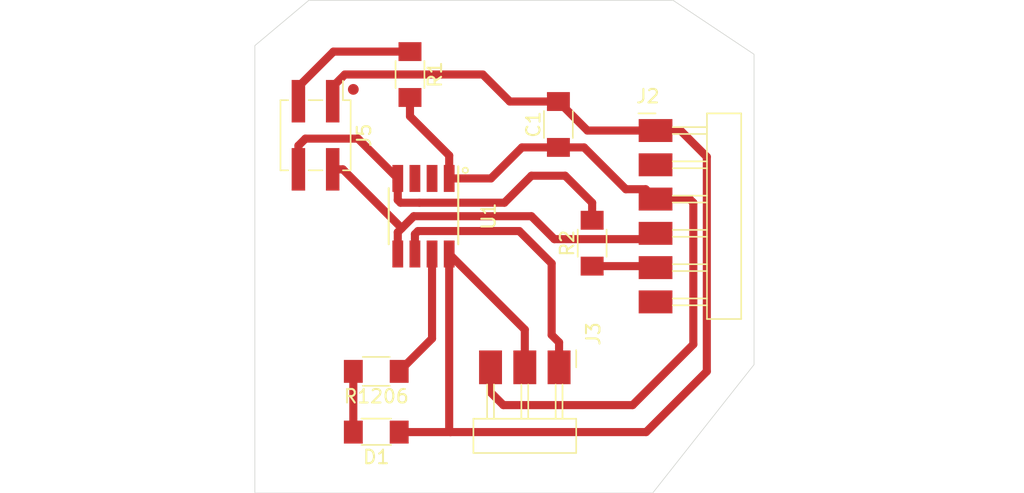
<source format=kicad_pcb>
(kicad_pcb (version 20240108) (generator "pcbnew") (generator_version "8.0")
  (layers (0 "F.Cu" signal) (31 "B.Cu" signal) (34 "B.Paste" user) (35 "F.Paste" user) (36 "B.SilkS" user "B.Silkscreen") (37 "F.SilkS" user "F.Silkscreen") (38 "B.Mask" user) (39 "F.Mask" user) (44 "Edge.Cuts" user))
  (net 0 "")
  (net 1 "/GND")
  (net 2 "/VCC")
  (net 3 "Net-(D1-A)")
  (net 4 "/CTS")
  (net 5 "/RX")
  (net 7 "/TX")
  (net 8 "/PA3")
  (net 9 "/PA6")
  (net 10 "/PA7")
  (net 11 "/UPDI")
  (footprint "fab_footprints:SOIC-8_3.9x4.9mm_P1.27mm" (layer "F.Cu") (at 194.5 74.5 -90)
    (property "Reference" "U1" (at 0 -4.8275 90) (layer "F.SilkS"))
    (property "Value" "Microcontroller_ATtiny412_SSFR")
    (fp_line (start -2.075 2.575) (end 2.075 2.575) (stroke (width 0.15)) (layer "F.SilkS"))
    (fp_line (start -3.69 -2.575) (end 2.075 -2.575) (stroke (width 0.15)) (layer "F.SilkS"))
    (fp_circle (center -3.4 -3.1) (end -3.2 -3.1) (stroke (width 0.12)) (fill none) (layer "F.SilkS"))
    (pad "1" smd rect (at -2.8 -1.905 270) (size 2 0.8) (layers "F.Cu" "F.Paste" "F.Mask") (net 2 "/VCC"))
    (pad "2" smd rect (at -2.8 -0.635 270) (size 2 0.8) (layers "F.Cu" "F.Paste" "F.Mask") (net 9 "/PA6"))
    (pad "3" smd rect (at -2.8 0.635 270) (size 2 0.8) (layers "F.Cu" "F.Paste" "F.Mask") (net 10 "/PA7"))
    (pad "4" smd rect (at -2.8 1.905 270) (size 2 0.8) (layers "F.Cu" "F.Paste" "F.Mask") (net 5 "/RX"))
    (pad "5" smd rect (at 2.8 1.905 270) (size 2 0.8) (layers "F.Cu" "F.Paste" "F.Mask") (net 7 "/TX"))
    (pad "6" smd rect (at 2.8 0.635 270) (size 2 0.8) (layers "F.Cu" "F.Paste" "F.Mask") (net 11 "/UPDI"))
    (pad "7" smd rect (at 2.8 -0.635 270) (size 2 0.8) (layers "F.Cu" "F.Paste" "F.Mask") (net 8 "/PA3"))
    (pad "8" smd rect (at 2.8 -1.905 270) (size 2 0.8) (layers "F.Cu" "F.Paste" "F.Mask") (net 1 "/GND"))
  )
  (footprint "fab_footprints:R_1206" (layer "F.Cu") (at 193.5 64 -90)
    (property "Reference" "R1" (at 0 -1.85 90) (layer "F.SilkS"))
    (property "Value" "0")
    (fp_line (start 1 1.07) (end -1 1.07) (stroke (width 0.12)) (layer "F.SilkS"))
    (fp_line (start -1 -1.07) (end 1 -1.07) (stroke (width 0.12)) (layer "F.SilkS"))
    (pad "1" smd rect (at -1.7 0 270) (size 1.4 1.7) (layers "F.Cu" "F.Paste" "F.Mask") (net 2 "/VCC"))
    (pad "2" smd rect (at 1.7 0 270) (size 1.4 1.7) (layers "F.Cu" "F.Paste" "F.Mask") (net 2 "/VCC"))
  )
  (footprint "fab_footprints:PinHeader_1x03_P2.54mm_Horizontal_SMD" (layer "F.Cu") (at 204.55 85.7 -90)
    (property "Reference" "J3" (at -1.524 -2.54 90) (layer "F.SilkS") (effects (justify left)))
    (property "Value" "Conn_PinHeader_1x03_P2.54mm_Horizontal_SMD")
    (fp_line (start 3.81 6.35) (end 3.81 -1.27) (stroke (width 0.12)) (layer "F.SilkS"))
    (fp_line (start 6.35 6.35) (end 3.81 6.35) (stroke (width 0.12)) (layer "F.SilkS"))
    (fp_line (start 3.81 5.334) (end 1.27 5.334) (stroke (width 0.12)) (layer "F.SilkS"))
    (fp_line (start 3.81 4.826) (end 1.27 4.826) (stroke (width 0.12)) (layer "F.SilkS"))
    (fp_line (start 3.81 2.794) (end 1.27 2.794) (stroke (width 0.12)) (layer "F.SilkS"))
    (fp_line (start 3.81 2.286) (end 1.27 2.286) (stroke (width 0.12)) (layer "F.SilkS"))
    (fp_line (start 3.81 0.254) (end 1.27 0.254) (stroke (width 0.12)) (layer "F.SilkS"))
    (fp_line (start 3.81 -0.254) (end 1.27 -0.254) (stroke (width 0.12)) (layer "F.SilkS"))
    (fp_line (start -1.27 -1.27) (end 0 -1.27) (stroke (width 0.12)) (layer "F.SilkS"))
    (fp_line (start 3.81 -1.27) (end 6.35 -1.27) (stroke (width 0.12)) (layer "F.SilkS"))
    (fp_line (start 6.35 -1.27) (end 6.35 6.35) (stroke (width 0.12)) (layer "F.SilkS"))
    (pad "1" smd rect (at 0 0 270) (size 2.5 1.7) (layers "F.Cu" "F.Paste" "F.Mask") (net 11 "/UPDI"))
    (pad "2" smd rect (at 0 2.54 270) (size 2.5 1.7) (layers "F.Cu" "F.Paste" "F.Mask") (net 1 "/GND"))
    (pad "3" smd rect (at 0 5.08 270) (size 2.5 1.7) (layers "F.Cu" "F.Paste" "F.Mask") (net 2 "/VCC"))
  )
  (footprint "fab_footprints:C_1206" (layer "F.Cu") (at 204.5 67.7 90)
    (property "Reference" "C1" (at 0 -1.85 -90) (layer "F.SilkS"))
    (property "Value" "1uF")
    (fp_line (start -1 -1.07) (end 1 -1.07) (stroke (width 0.12)) (layer "F.SilkS"))
    (fp_line (start 1 1.07) (end -1 1.07) (stroke (width 0.12)) (layer "F.SilkS"))
    (pad "1" smd rect (at -1.7 0 90) (size 1.4 1.7) (layers "F.Cu" "F.Paste" "F.Mask") (net 2 "/VCC"))
    (pad "2" smd rect (at 1.7 0 90) (size 1.4 1.7) (layers "F.Cu" "F.Paste" "F.Mask") (net 1 "/GND"))
  )
  (footprint "fab_footprints:LED_1206" (layer "F.Cu") (at 191 90.5 180)
    (property "Reference" "D1" (at 0 -1.85 180) (layer "F.SilkS"))
    (property "Value" "LED")
    (fp_line (start -1.1 1) (end 1.1 1) (stroke (width 0.12)) (layer "F.SilkS"))
    (fp_line (start -1.1 -0.95) (end 1.1 -0.95) (stroke (width 0.12)) (layer "F.SilkS"))
    (pad "1" smd rect (at -1.7 0 180) (size 1.4 1.7) (layers "F.Cu" "F.Paste" "F.Mask") (net 1 "/GND"))
    (pad "2" smd rect (at 1.7 0 180) (size 1.4 1.7) (layers "F.Cu" "F.Paste" "F.Mask") (net 3 "Net-(D1-A)"))
  )
  (footprint "fab_footprints:R_1206" (layer "F.Cu") (at 191 86 180)
    (property "Reference" "R1206" (at 0 -1.85 180) (layer "F.SilkS"))
    (property "Value" "1K")
    (fp_line (start 1 1.07) (end -1 1.07) (stroke (width 0.12)) (layer "F.SilkS"))
    (fp_line (start -1 -1.07) (end 1 -1.07) (stroke (width 0.12)) (layer "F.SilkS"))
    (pad "1" smd rect (at -1.7 0 180) (size 1.4 1.7) (layers "F.Cu" "F.Paste" "F.Mask") (net 8 "/PA3"))
    (pad "2" smd rect (at 1.7 0 180) (size 1.4 1.7) (layers "F.Cu" "F.Paste" "F.Mask") (net 3 "Net-(D1-A)"))
  )
  (footprint "fab_footprints:PinHeader_2x02_P2.54mm_Vertical_SMD" (layer "F.Cu") (at 186.5 68.5 -90)
    (property "Reference" "J5" (at 0 -3.6 90) (layer "F.SilkS"))
    (property "Value" "Conn_PinHeader_2x02_P2.54mm_Vertical_SMD")
    (fp_circle (center -3.4 -2.8) (end -3.1 -2.8) (stroke (width 0.2)) (fill solid) (layer "F.Cu"))
    (fp_line (start -2.6 2.6) (end 2.6 2.6) (stroke (width 0.12)) (layer "F.SilkS"))
    (fp_line (start -2.6 2.03) (end -2.6 2.6) (stroke (width 0.12)) (layer "F.SilkS"))
    (fp_line (start 2.6 2.03) (end 2.6 2.6) (stroke (width 0.12)) (layer "F.SilkS"))
    (fp_line (start -2.6 -0.51) (end -2.6 0.51) (stroke (width 0.12)) (layer "F.SilkS"))
    (fp_line (start 2.6 -0.51) (end 2.6 0.51) (stroke (width 0.12)) (layer "F.SilkS"))
    (fp_line (start -4.04 -2.03) (end -2.6 -2.03) (stroke (width 0.12)) (layer "F.SilkS"))
    (fp_line (start -2.6 -2.6) (end -2.6 -2.03) (stroke (width 0.12)) (layer "F.SilkS"))
    (fp_line (start -2.6 -2.6) (end 2.6 -2.6) (stroke (width 0.12)) (layer "F.SilkS"))
    (fp_line (start 2.6 -2.6) (end 2.6 -2.03) (stroke (width 0.12)) (layer "F.SilkS"))
    (pad "1" smd rect (at -2.525 -1.27 270) (size 3.15 1) (layers "F.Cu" "F.Paste" "F.Mask") (net 1 "/GND"))
    (pad "2" smd rect (at 2.525 -1.27 270) (size 3.15 1) (layers "F.Cu" "F.Paste" "F.Mask") (net 7 "/TX"))
    (pad "3" smd rect (at -2.525 1.27 270) (size 3.15 1) (layers "F.Cu" "F.Paste" "F.Mask") (net 2 "/VCC"))
    (pad "4" smd rect (at 2.525 1.27 270) (size 3.15 1) (layers "F.Cu" "F.Paste" "F.Mask") (net 5 "/RX"))
  )
  (footprint "fab_footprints:R_1206" (layer "F.Cu") (at 207 76.5 90)
    (property "Reference" "R2" (at 0 -1.85 -90) (layer "F.SilkS"))
    (property "Value" "0")
    (fp_line (start -1 -1.07) (end 1 -1.07) (stroke (width 0.12)) (layer "F.SilkS"))
    (fp_line (start 1 1.07) (end -1 1.07) (stroke (width 0.12)) (layer "F.SilkS"))
    (pad "1" smd rect (at -1.7 0 90) (size 1.4 1.7) (layers "F.Cu" "F.Paste" "F.Mask") (net 5 "/RX"))
    (pad "2" smd rect (at 1.7 0 90) (size 1.4 1.7) (layers "F.Cu" "F.Paste" "F.Mask") (net 5 "/RX"))
  )
  (footprint "fab_footprints:PinHeader_1x06_P2.54mm_Horizontal_SMD" (layer "F.Cu") (at 211.7 68.15)
    (property "Reference" "J2" (at -1.524 -2.54 180) (layer "F.SilkS") (effects (justify left)))
    (property "Value" "Conn_PinHeader_1x06_P2.54mm_Vertical_THT_D1.4mm")
    (fp_line (start -1.27 -1.27) (end 0 -1.27) (stroke (width 0.12)) (layer "F.SilkS"))
    (fp_line (start 3.81 -1.27) (end 6.35 -1.27) (stroke (width 0.12)) (layer "F.SilkS"))
    (fp_line (start 3.81 -0.254) (end 1.27 -0.254) (stroke (width 0.12)) (layer "F.SilkS"))
    (fp_line (start 3.81 0.254) (end 1.27 0.254) (stroke (width 0.12)) (layer "F.SilkS"))
    (fp_line (start 3.81 2.286) (end 1.27 2.286) (stroke (width 0.12)) (layer "F.SilkS"))
    (fp_line (start 3.81 2.794) (end 1.27 2.794) (stroke (width 0.12)) (layer "F.SilkS"))
    (fp_line (start 3.81 4.826) (end 1.27 4.826) (stroke (width 0.12)) (layer "F.SilkS"))
    (fp_line (start 3.81 5.334) (end 1.27 5.334) (stroke (width 0.12)) (layer "F.SilkS"))
    (fp_line (start 3.81 7.366) (end 1.27 7.366) (stroke (width 0.12)) (layer "F.SilkS"))
    (fp_line (start 3.81 7.874) (end 1.27 7.874) (stroke (width 0.12)) (layer "F.SilkS"))
    (fp_line (start 3.81 9.906) (end 1.27 9.906) (stroke (width 0.12)) (layer "F.SilkS"))
    (fp_line (start 3.81 10.414) (end 1.27 10.414) (stroke (width 0.12)) (layer "F.SilkS"))
    (fp_line (start 3.81 12.446) (end 1.27 12.446) (stroke (width 0.12)) (layer "F.SilkS"))
    (fp_line (start 3.81 12.954) (end 1.27 12.954) (stroke (width 0.12)) (layer "F.SilkS"))
    (fp_line (start 3.81 13.97) (end 3.81 -1.27) (stroke (width 0.12)) (layer "F.SilkS"))
    (fp_line (start 6.35 -1.27) (end 6.35 13.97) (stroke (width 0.12)) (layer "F.SilkS"))
    (fp_line (start 6.35 13.97) (end 3.81 13.97) (stroke (width 0.12)) (layer "F.SilkS"))
    (pad "1" smd rect (at 0 0) (size 2.5 1.7) (layers "F.Cu" "F.Paste" "F.Mask") (net 1 "/GND"))
    (pad "2" smd rect (at 0 2.54) (size 2.5 1.7) (layers "F.Cu" "F.Paste" "F.Mask") (net 4 "/CTS"))
    (pad "3" smd rect (at 0 5.08) (size 2.5 1.7) (layers "F.Cu" "F.Paste" "F.Mask") (net 2 "/VCC"))
    (pad "4" smd rect (at 0 7.62) (size 2.5 1.7) (layers "F.Cu" "F.Paste" "F.Mask") (net 7 "/TX"))
    (pad "5" smd rect (at 0 10.16) (size 2.5 1.7) (layers "F.Cu" "F.Paste" "F.Mask") (net 5 "/RX"))
    (pad "6" smd rect (at 0 12.7) (size 2.5 1.7) (layers "F.Cu" "F.Paste" "F.Mask"))
  )
  (gr_poly (pts (xy 211.5 95) (xy 182 95) (xy 182 61.856622) (xy 186 58.5) (xy 213 58.5) (xy 219 62.5) (xy 219 85.5)) (stroke (width 0.05)) (fill none) (layer "Edge.Cuts"))
  (segment (start 187.77 65.975) (end 187.77 64.9) (width 0.6) (layer "F.Cu") (net 1))
  (segment (start 215.5 70.1) (end 213.55 68.15) (width 0.6) (layer "F.Cu") (net 1))
  (segment (start 213.55 68.15) (end 211.7 68.15) (width 0.6) (layer "F.Cu") (net 1))
  (segment (start 202.01 85.7) (end 202.01 82.905) (width 0.6) (layer "F.Cu") (net 1))
  (segment (start 202.01 82.905) (end 196.405 77.3) (width 0.6) (layer "F.Cu") (net 1))
  (segment (start 215.5 86) (end 211 90.5) (width 0.6) (layer "F.Cu") (net 1))
  (segment (start 188.673769 63.996231) (end 198.896231 63.996231) (width 0.6) (layer "F.Cu") (net 1))
  (segment (start 187.77 64.9) (end 188.673769 63.996231) (width 0.6) (layer "F.Cu") (net 1))
  (segment (start 196.405 90.405) (end 196.405 77.3) (width 0.6) (layer "F.Cu") (net 1))
  (segment (start 196.5 90.5) (end 196.405 90.405) (width 0.6) (layer "F.Cu") (net 1))
  (segment (start 196.5 90.5) (end 192.7 90.5) (width 0.6) (layer "F.Cu") (net 1))
  (segment (start 204.5 66) (end 200.9 66) (width 0.6) (layer "F.Cu") (net 1))
  (segment (start 215.5 70.1) (end 215.5 86) (width 0.6) (layer "F.Cu") (net 1))
  (segment (start 206.65 68.15) (end 204.5 66) (width 0.6) (layer "F.Cu") (net 1))
  (segment (start 211 90.5) (end 196.5 90.5) (width 0.6) (layer "F.Cu") (net 1))
  (segment (start 211.7 68.15) (end 206.65 68.15) (width 0.6) (layer "F.Cu") (net 1))
  (segment (start 200.9 66) (end 198.896231 63.996231) (width 0.6) (layer "F.Cu") (net 1))
  (segment (start 214.5 84) (end 214.5 73.5) (width 0.6) (layer "F.Cu") (net 2))
  (segment (start 199.5 71.7) (end 201.8 69.4) (width 0.6) (layer "F.Cu") (net 2))
  (segment (start 199.47 87.55) (end 200.42 88.5) (width 0.6) (layer "F.Cu") (net 2))
  (segment (start 214.23 73.23) (end 211.7 73.23) (width 0.6) (layer "F.Cu") (net 2))
  (segment (start 187.83 62.3) (end 193.5 62.3) (width 0.6) (layer "F.Cu") (net 2))
  (segment (start 209.5 72.5) (end 210.97 72.5) (width 0.6) (layer "F.Cu") (net 2))
  (segment (start 206.4 69.4) (end 209.5 72.5) (width 0.6) (layer "F.Cu") (net 2))
  (segment (start 193.5 65.7) (end 193.5 67.095) (width 0.6) (layer "F.Cu") (net 2))
  (segment (start 185.23 64.9) (end 187.83 62.3) (width 0.6) (layer "F.Cu") (net 2))
  (segment (start 200.42 88.5) (end 210 88.5) (width 0.6) (layer "F.Cu") (net 2))
  (segment (start 214.5 73.5) (end 214.23 73.23) (width 0.6) (layer "F.Cu") (net 2))
  (segment (start 201.8 69.4) (end 204.5 69.4) (width 0.6) (layer "F.Cu") (net 2))
  (segment (start 185.23 65.975) (end 185.23 64.9) (width 0.6) (layer "F.Cu") (net 2))
  (segment (start 210.97 72.5) (end 211.7 73.23) (width 0.6) (layer "F.Cu") (net 2))
  (segment (start 193.5 67.095) (end 196.405 70) (width 0.6) (layer "F.Cu") (net 2))
  (segment (start 210 88.5) (end 214.5 84) (width 0.6) (layer "F.Cu") (net 2))
  (segment (start 199.47 85.7) (end 199.47 87.55) (width 0.6) (layer "F.Cu") (net 2))
  (segment (start 199.5 71.7) (end 196.405 71.7) (width 0.6) (layer "F.Cu") (net 2))
  (segment (start 196.405 70) (end 196.405 71.7) (width 0.6) (layer "F.Cu") (net 2))
  (segment (start 204.5 69.4) (end 206.4 69.4) (width 0.6) (layer "F.Cu") (net 2))
  (segment (start 189.3 90.5) (end 189.3 86) (width 0.6) (layer "F.Cu") (net 3))
  (segment (start 192.595 71.7) (end 189.645 68.75) (width 0.6) (layer "F.Cu") (net 5))
  (segment (start 202.5 71.5) (end 200.500001 73.499999) (width 0.6) (layer "F.Cu") (net 5))
  (segment (start 207 74.8) (end 207 73.5) (width 0.6) (layer "F.Cu") (net 5))
  (segment (start 192.595 71.7) (end 192.595 73.3) (width 0.6) (layer "F.Cu") (net 5))
  (segment (start 211.59 78.2) (end 211.7 78.31) (width 0.6) (layer "F.Cu") (net 5))
  (segment (start 192.595 73.3) (end 192.794999 73.499999) (width 0.6) (layer "F.Cu") (net 5))
  (segment (start 205 71.5) (end 202.5 71.5) (width 0.6) (layer "F.Cu") (net 5))
  (segment (start 192.5 72) (end 192.5 71.795) (width 0.6) (layer "F.Cu") (net 5))
  (segment (start 200.500001 73.499999) (end 194.194999 73.499999) (width 0.6) (layer "F.Cu") (net 5))
  (segment (start 192.5 71.795) (end 192.595 71.7) (width 0.6) (layer "F.Cu") (net 5))
  (segment (start 185.23 69.27) (end 185.23 71.025) (width 0.6) (layer "F.Cu") (net 5))
  (segment (start 189.645 68.75) (end 185.75 68.75) (width 0.6) (layer "F.Cu") (net 5))
  (segment (start 192.794999 73.499999) (end 194.194999 73.499999) (width 0.6) (layer "F.Cu") (net 5))
  (segment (start 185.75 68.75) (end 185.23 69.27) (width 0.6) (layer "F.Cu") (net 5))
  (segment (start 207 78.2) (end 211.59 78.2) (width 0.6) (layer "F.Cu") (net 5))
  (segment (start 207 73.5) (end 205 71.5) (width 0.6) (layer "F.Cu") (net 5))
  (segment (start 188.525 71.025) (end 187.77 71.025) (width 0.6) (layer "F.Cu") (net 7))
  (segment (start 192.890393 75.390393) (end 193.780787 74.499999) (width 0.6) (layer "F.Cu") (net 7))
  (segment (start 204.200002 76.2) (end 211.27 76.2) (width 0.6) (layer "F.Cu") (net 7))
  (segment (start 193.780787 74.499999) (end 202.500001 74.499999) (width 0.6) (layer "F.Cu") (net 7))
  (segment (start 192.595 77.3) (end 192.595 75.685786) (width 0.6) (layer "F.Cu") (net 7))
  (segment (start 192.595 75.685786) (end 192.890393 75.390393) (width 0.6) (layer "F.Cu") (net 7))
  (segment (start 202.500001 74.499999) (end 204.200002 76.2) (width 0.6) (layer "F.Cu") (net 7))
  (segment (start 192.890393 75.390393) (end 188.525 71.025) (width 0.6) (layer "F.Cu") (net 7))
  (segment (start 211.27 76.2) (end 211.7 75.77) (width 0.6) (layer "F.Cu") (net 7))
  (segment (start 211.7 75.77) (end 210.77 75.77) (width 0.6) (layer "F.Cu") (net 7))
  (segment (start 195.135 83.565) (end 195.135 77.3) (width 0.6) (layer "F.Cu") (net 8))
  (segment (start 192.7 86) (end 195.135 83.565) (width 0.6) (layer "F.Cu") (net 8))
  (segment (start 193.865 75.83) (end 193.865 77.3) (width 0.6) (layer "F.Cu") (net 11))
  (segment (start 204.55 85.7) (end 204.55 83.85) (width 0.6) (layer "F.Cu") (net 11))
  (segment (start 201.6 75.6) (end 194.095 75.6) (width 0.6) (layer "F.Cu") (net 11))
  (segment (start 194.095 75.6) (end 193.865 75.83) (width 0.6) (layer "F.Cu") (net 11))
  (segment (start 204 83.3) (end 204 78) (width 0.6) (layer "F.Cu") (net 11))
  (segment (start 204.55 83.85) (end 204 83.3) (width 0.6) (layer "F.Cu") (net 11))
  (segment (start 204 78) (end 201.6 75.6) (width 0.6) (layer "F.Cu") (net 11))
)
</source>
